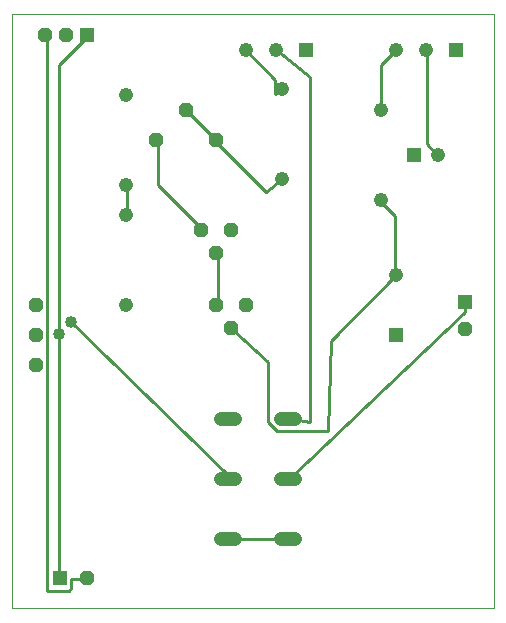
<source format=gtl>
G75*
G70*
%OFA0B0*%
%FSLAX24Y24*%
%IPPOS*%
%LPD*%
%AMOC8*
5,1,8,0,0,1.08239X$1,22.5*
%
%ADD10C,0.0000*%
%ADD11R,0.0476X0.0476*%
%ADD12C,0.0476*%
%ADD13OC8,0.0476*%
%ADD14C,0.0476*%
%ADD15C,0.0100*%
%ADD16C,0.0400*%
D10*
X000101Y000202D02*
X000101Y019998D01*
X016171Y019998D01*
X016171Y000202D01*
X000101Y000202D01*
D11*
X001701Y001202D03*
X012901Y009302D03*
X015201Y010402D03*
X013507Y015302D03*
X014901Y018802D03*
X009901Y018802D03*
X002601Y019302D03*
D12*
X003901Y017302D03*
X003901Y014302D03*
X003901Y013302D03*
X003901Y010302D03*
X009101Y014502D03*
X009101Y017502D03*
X008901Y018802D03*
X007901Y018802D03*
X012401Y016802D03*
X014294Y015302D03*
X012401Y013802D03*
X012901Y011302D03*
X012901Y018802D03*
X013901Y018802D03*
D13*
X007401Y012802D03*
X006901Y012052D03*
X006401Y012802D03*
X006901Y010302D03*
X007401Y009552D03*
X007901Y010302D03*
X006901Y015802D03*
X005901Y016802D03*
X004901Y015802D03*
X001901Y019302D03*
X001201Y019302D03*
X000901Y010302D03*
X000901Y009302D03*
X000901Y008302D03*
X002601Y001202D03*
X015201Y009502D03*
D14*
X009539Y006502D02*
X009063Y006502D01*
X007539Y006502D02*
X007063Y006502D01*
X007063Y004502D02*
X007539Y004502D01*
X009063Y004502D02*
X009539Y004502D01*
X009539Y002502D02*
X009063Y002502D01*
X007539Y002502D02*
X007063Y002502D01*
D15*
X007301Y002502D02*
X009301Y002502D01*
X009301Y004502D02*
X009341Y004502D01*
X015201Y010062D01*
X015201Y010402D01*
X012901Y011302D02*
X012881Y011342D01*
X012881Y013262D01*
X012401Y013742D01*
X012401Y013802D01*
X014241Y015342D02*
X014294Y015302D01*
X014241Y015342D02*
X013921Y015662D01*
X013921Y018782D01*
X013901Y018802D01*
X012901Y018802D02*
X012401Y018302D01*
X012401Y016802D01*
X010021Y017922D02*
X008961Y018782D01*
X008901Y018802D01*
X008881Y017822D02*
X007901Y018802D01*
X008881Y017822D02*
X008881Y017342D01*
X009101Y017502D01*
X010021Y017922D02*
X010021Y006402D01*
X009281Y006542D01*
X009301Y006502D01*
X008941Y006102D02*
X010621Y006102D01*
X010721Y009102D01*
X012881Y011262D01*
X012901Y011302D01*
X009101Y014502D02*
X008561Y014062D01*
X006961Y015662D01*
X006961Y015742D01*
X006901Y015802D01*
X005901Y016802D01*
X004901Y015802D02*
X004961Y015742D01*
X004961Y014302D01*
X006401Y012862D01*
X006401Y012802D01*
X006901Y012052D02*
X006961Y011982D01*
X006961Y010302D01*
X006901Y010302D01*
X007401Y009552D02*
X007441Y009502D01*
X008621Y008422D01*
X008621Y006422D01*
X008941Y006102D01*
X007261Y004662D02*
X007261Y004502D01*
X007301Y004502D01*
X007261Y004662D02*
X002081Y009742D01*
X001681Y009342D02*
X001681Y001262D01*
X001701Y001202D01*
X002081Y001182D02*
X002081Y000862D01*
X002001Y000782D01*
X001281Y000782D01*
X001281Y019182D01*
X001201Y019262D01*
X001201Y019302D01*
X001681Y018302D02*
X002641Y019262D01*
X002601Y019302D01*
X001681Y018302D02*
X001681Y009342D01*
X003901Y013302D02*
X003921Y013342D01*
X003921Y014302D01*
X003901Y014302D01*
X002601Y001202D02*
X002561Y001182D01*
X002081Y001182D01*
D16*
X001681Y009342D03*
X002081Y009742D03*
M02*

</source>
